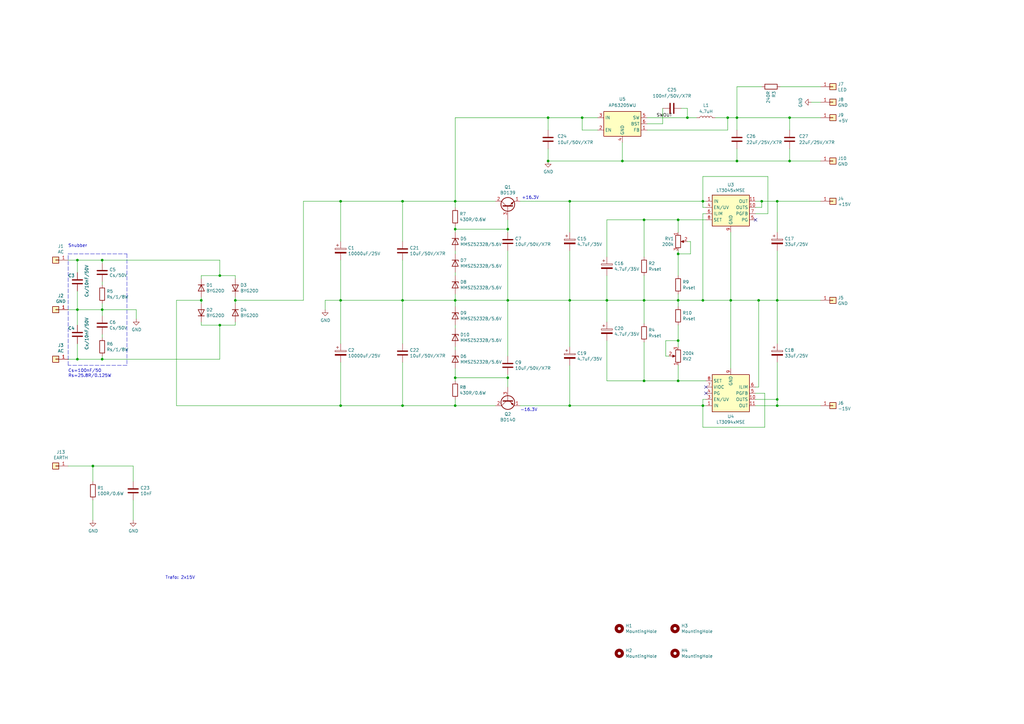
<source format=kicad_sch>
(kicad_sch (version 20250114) (generator "eeschema") (generator_version "9.0")
  (paper "A3")
  (title_block (title "Ultra Low Noise PSU") (date "2025-04-06") (rev "v4-MSOP-Tantal"))
  (lib_symbols
    (symbol "Connector_Generic:Conn_01x01" (pin_names (offset 1.016) (hide yes))
      (property "Reference" "J" (at 0 2.54 0))
      (property "Value" "Conn_01x01" (at 0 -2.54 0))
      (symbol "Conn_01x01_1_1"
        (rectangle (start -1.27 1.27) (end 1.27 -1.27) (stroke (width 0.254)) (fill (type background)))
        (rectangle (start -1.27 0.127) (end 0 -0.127) (stroke (width 0.1524)))
        (pin passive line (at -5.08 0 0) (length 3.81) (name "Pin_1") (number "1"))
      )
    )
    (symbol "Device:C" (pin_numbers (hide yes)) (pin_names (offset 0.254))
      (property "Reference" "C" (at 0.635 2.54 0))
      (property "Value" "C" (at 0.635 -2.54 0))
      (symbol "C_0_1"
        (polyline (pts (xy -2.032 0.762) (xy 2.032 0.762)) (stroke (width 0.508)))
        (polyline (pts (xy -2.032 -0.762) (xy 2.032 -0.762)) (stroke (width 0.508)))
      )
      (symbol "C_1_1"
        (pin passive line (at 0 3.81 270) (length 2.794) (name "~") (number "1"))
        (pin passive line (at 0 -3.81 90) (length 2.794) (name "~") (number "2"))
      )
    )
    (symbol "Device:C_Polarized" (pin_numbers (hide yes)) (pin_names (offset 0.254))
      (property "Reference" "C" (at 0.635 2.54 0))
      (property "Value" "C_Polarized" (at 0.635 -2.54 0))
      (symbol "C_Polarized_0_1"
        (rectangle (start -2.286 0.508) (end 2.286 1.016))
        (polyline (pts (xy -1.778 2.286) (xy -0.762 2.286)))
        (polyline (pts (xy -1.27 2.794) (xy -1.27 1.778)))
        (rectangle (start 2.286 -0.508) (end -2.286 -1.016) (fill (type outline)))
      )
      (symbol "C_Polarized_1_1"
        (pin passive line (at 0 3.81 270) (length 2.794) (name "~") (number "1"))
        (pin passive line (at 0 -3.81 90) (length 2.794) (name "~") (number "2"))
      )
    )
    (symbol "Device:D" (pin_numbers (hide yes)) (pin_names (offset 1.016) (hide yes))
      (property "Reference" "D" (at 0 2.54 0))
      (property "Value" "D" (at 0 -2.54 0))
      (symbol "D_0_1"
        (polyline (pts (xy -1.27 1.27) (xy -1.27 -1.27)) (stroke (width 0.254)))
        (polyline (pts (xy 1.27 1.27) (xy 1.27 -1.27) (xy -1.27 0) (xy 1.27 1.27)) (stroke (width 0.254)))
        (polyline (pts (xy 1.27 0) (xy -1.27 0)))
      )
      (symbol "D_1_1"
        (pin passive line (at -3.81 0 0) (length 2.54) (name "K") (number "1"))
        (pin passive line (at 3.81 0 180) (length 2.54) (name "A") (number "2"))
      )
    )
    (symbol "Device:L" (pin_numbers (hide yes)) (pin_names (offset 1.016) (hide yes))
      (property "Reference" "L" (at -1.27 0 90))
      (property "Value" "L" (at 1.905 0 90))
      (symbol "L_0_1"
        (arc (start 0 2.54) (mid 0.6323 1.905) (end 0 1.27))
        (arc (start 0 1.27) (mid 0.6323 0.635) (end 0 0))
        (arc (start 0 0) (mid 0.6323 -0.635) (end 0 -1.27))
        (arc (start 0 -1.27) (mid 0.6323 -1.905) (end 0 -2.54))
      )
      (symbol "L_1_1"
        (pin passive line (at 0 3.81 270) (length 1.27) (name "1") (number "1"))
        (pin passive line (at 0 -3.81 90) (length 1.27) (name "2") (number "2"))
      )
    )
    (symbol "Device:R" (pin_numbers (hide yes)) (pin_names (offset 0))
      (property "Reference" "R" (at 2.032 0 90))
      (property "Value" "R" (at 0 0 90))
      (symbol "R_0_1"
        (rectangle (start -1.016 -2.54) (end 1.016 2.54) (stroke (width 0.254)))
      )
      (symbol "R_1_1"
        (pin passive line (at 0 3.81 270) (length 1.27) (name "~") (number "1"))
        (pin passive line (at 0 -3.81 90) (length 1.27) (name "~") (number "2"))
      )
    )
    (symbol "Device:R_Potentiometer" (pin_names (offset 1.016) (hide yes))
      (property "Reference" "RV" (at -4.445 0 90))
      (property "Value" "R_Potentiometer" (at -2.54 0 90))
      (symbol "R_Potentiometer_0_1"
        (rectangle (start 1.016 2.54) (end -1.016 -2.54) (stroke (width 0.254)))
        (polyline (pts (xy 1.143 0) (xy 2.286 0.508) (xy 2.286 -0.508) (xy 1.143 0)) (fill (type outline)))
        (polyline (pts (xy 2.54 0) (xy 1.524 0)))
      )
      (symbol "R_Potentiometer_1_1"
        (pin passive line (at 0 3.81 270) (length 1.27) (name "1") (number "1"))
        (pin passive line (at 0 -3.81 90) (length 1.27) (name "3") (number "3"))
        (pin passive line (at 3.81 0 180) (length 1.27) (name "2") (number "2"))
      )
    )
    (symbol "Diode:Z1SMAxxx" (pin_numbers (hide yes)) (pin_names (hide yes))
      (property "Reference" "D" (at 0 2.54 0))
      (property "Value" "Z1SMAxxx" (at 0 -2.54 0))
      (symbol "Z1SMAxxx_0_1"
        (polyline (pts (xy -1.27 -1.27) (xy -1.27 1.27) (xy -0.762 1.27)) (stroke (width 0.254)))
        (polyline (pts (xy 1.27 0) (xy -1.27 0)))
        (polyline (pts (xy 1.27 -1.27) (xy 1.27 1.27) (xy -1.27 0) (xy 1.27 -1.27)) (stroke (width 0.254)))
      )
      (symbol "Z1SMAxxx_1_1"
        (pin passive line (at -3.81 0 0) (length 2.54) (name "K") (number "1"))
        (pin passive line (at 3.81 0 180) (length 2.54) (name "A") (number "2"))
      )
    )
    (symbol "Mechanical:MountingHole" (pin_names (offset 1.016))
      (property "Reference" "H" (at 0 5.08 0))
      (property "Value" "MountingHole" (at 0 3.175 0))
      (symbol "MountingHole_0_1"
        (circle (center 0 0) (radius 1.27) (stroke (width 1.27)))
      )
    )
    (symbol "Regulator_Linear:LT3045xMSE"
      (property "Reference" "U" (at -6.35 6.35 0))
      (property "Value" "LT3045xMSE" (at 1.27 6.35 0))
      (symbol "LT3045xMSE_0_1"
        (rectangle (start -7.62 5.08) (end 7.62 -7.62) (stroke (width 0.254)) (fill (type background)))
      )
      (symbol "LT3045xMSE_1_1"
        (pin power_in line (at -10.16 2.54 0) (length 2.54) (name "IN") (number "1"))
        (pin passive line (at -10.16 2.54 0) (length 2.54) (hide yes) (name "IN") (number "2"))
        (pin passive line (at -10.16 2.54 0) (length 2.54) (hide yes) (name "IN") (number "3"))
        (pin input line (at -10.16 0 0) (length 2.54) (name "EN/UV") (number "4"))
        (pin passive line (at -10.16 -2.54 0) (length 2.54) (name "ILIM") (number "6"))
        (pin passive line (at -10.16 -5.08 0) (length 2.54) (name "SET") (number "8"))
        (pin passive line (at 0 -10.16 90) (length 2.54) (hide yes) (name "GND") (number "13"))
        (pin power_in line (at 0 -10.16 90) (length 2.54) (name "GND") (number "9"))
        (pin power_out line (at 10.16 2.54 180) (length 2.54) (name "OUT") (number "11"))
        (pin passive line (at 10.16 2.54 180) (length 2.54) (hide yes) (name "OUT") (number "12"))
        (pin input line (at 10.16 0 180) (length 2.54) (name "OUTS") (number "10"))
        (pin input line (at 10.16 -2.54 180) (length 2.54) (name "PGFB") (number "7"))
        (pin open_collector line (at 10.16 -5.08 180) (length 2.54) (name "PG") (number "5"))
      )
    )
    (symbol "Regulator_Linear:LT3094xMSE"
      (property "Reference" "U" (at -6.35 8.89 0))
      (property "Value" "LT3094xMSE" (at 1.27 8.89 0))
      (symbol "LT3094xMSE_0_0"
        (pin passive line (at -10.16 5.08 0) (length 2.54) (hide yes) (name "IN") (number "13"))
        (pin passive line (at 10.16 5.08 180) (length 2.54) (hide yes) (name "OUT") (number "12"))
      )
      (symbol "LT3094xMSE_0_1"
        (rectangle (start 7.62 7.62) (end -7.62 -7.62) (stroke (width 0.254)) (fill (type background)))
      )
      (symbol "LT3094xMSE_1_1"
        (pin power_in line (at -10.16 5.08 0) (length 2.54) (name "IN") (number "1"))
        (pin passive line (at -10.16 5.08 0) (length 2.54) (hide yes) (name "IN") (number "2"))
        (pin input line (at -10.16 2.54 0) (length 2.54) (name "EN/UV") (number "3"))
        (pin open_collector line (at -10.16 0 0) (length 2.54) (name "PG") (number "4"))
        (pin passive line (at -10.16 -2.54 0) (length 2.54) (name "VIOC") (number "7"))
        (pin passive line (at -10.16 -5.08 0) (length 2.54) (name "SET") (number "8"))
        (pin power_in line (at 0 -10.16 90) (length 2.54) (name "GND") (number "9"))
        (pin power_out line (at 10.16 5.08 180) (length 2.54) (name "OUT") (number "11"))
        (pin input line (at 10.16 2.54 180) (length 2.54) (name "OUTS") (number "10"))
        (pin input line (at 10.16 0 180) (length 2.54) (name "PGFB") (number "5"))
        (pin passive line (at 10.16 -2.54 180) (length 2.54) (name "ILIM") (number "6"))
      )
    )
    (symbol "Regulator_Switching:AP63205WU"
      (property "Reference" "U" (at -7.62 6.35 0))
      (property "Value" "AP63205WU" (at 2.54 6.35 0))
      (symbol "AP63205WU_0_1"
        (rectangle (start -7.62 5.08) (end 7.62 -5.08) (stroke (width 0.254)) (fill (type background)))
      )
      (symbol "AP63205WU_1_1"
        (pin power_in line (at -10.16 2.54 0) (length 2.54) (name "IN") (number "3"))
        (pin input line (at -10.16 -2.54 0) (length 2.54) (name "EN") (number "2"))
        (pin power_in line (at 0 -7.62 90) (length 2.54) (name "GND") (number "4"))
        (pin output line (at 10.16 2.54 180) (length 2.54) (name "SW") (number "5"))
        (pin passive line (at 10.16 0 180) (length 2.54) (name "BST") (number "6"))
        (pin input line (at 10.16 -2.54 180) (length 2.54) (name "FB") (number "1"))
      )
    )
    (symbol "Transistor_BJT:BD139" (pin_names (offset 0) (hide yes))
      (property "Reference" "Q" (at 5.08 1.905 0))
      (property "Value" "BD139" (at 5.08 0 0))
      (symbol "BD139_0_1"
        (polyline (pts (xy 0 0) (xy 0.635 0)))
        (polyline (pts (xy 0.635 1.905) (xy 0.635 -1.905) (xy 0.635 -1.905)) (stroke (width 0.508)) (fill (type outline)))
        (polyline (pts (xy 1.2446 -1.778) (xy 1.7526 -1.27) (xy 2.286 -2.286) (xy 1.2446 -1.778) (xy 1.2446 -1.778)) (fill (type outline)))
        (circle (center 1.27 0) (radius 2.8194) (stroke (width 0.3048)))
        (polyline (pts (xy 2.54 2.54) (xy 0.635 0.635)))
        (polyline (pts (xy 2.54 -2.54) (xy 0.635 -0.635)))
      )
      (symbol "BD139_1_1"
        (pin input line (at -5.08 0 0) (length 5.08) (name "B") (number "3"))
        (pin passive line (at 2.54 5.08 270) (length 2.54) (name "C") (number "2"))
        (pin passive line (at 2.54 -5.08 90) (length 2.54) (name "E") (number "1"))
      )
    )
    (symbol "Transistor_BJT:BD140" (pin_names (offset 0) (hide yes))
      (property "Reference" "Q" (at 5.08 1.905 0))
      (property "Value" "BD140" (at 5.08 0 0))
      (symbol "BD140_0_1"
        (polyline (pts (xy 0 0) (xy 0.635 0)))
        (polyline (pts (xy 0.635 1.905) (xy 0.635 -1.905) (xy 0.635 -1.905)) (stroke (width 0.508)) (fill (type outline)))
        (circle (center 1.27 0) (radius 2.8194) (stroke (width 0.3048)))
        (polyline (pts (xy 1.778 -2.286) (xy 2.286 -1.778) (xy 1.27 -1.27) (xy 1.778 -2.286) (xy 1.778 -2.286)) (fill (type outline)))
        (polyline (pts (xy 2.54 2.54) (xy 0.635 0.635)))
        (polyline (pts (xy 2.54 -2.54) (xy 0.635 -0.635)))
      )
      (symbol "BD140_1_1"
        (pin input line (at -5.08 0 0) (length 5.08) (name "B") (number "3"))
        (pin passive line (at 2.54 5.08 270) (length 2.54) (name "C") (number "2"))
        (pin passive line (at 2.54 -5.08 90) (length 2.54) (name "E") (number "1"))
      )
    )
    (symbol "power:GND" (power) (pin_names (offset 0))
      (property "Value" "GND" (at 0 -3.81 0))
      (symbol "GND_0_1"
        (polyline (pts (xy 0 0) (xy 0 -1.27) (xy 1.27 -1.27) (xy 0 -2.54) (xy -1.27 -1.27) (xy 0 -1.27)))
      )
      (symbol "GND_1_1"
        (pin power_in line (at 0 0 270) (length 0) (hide yes) (name "GND") (number "1"))
      )
    )
  )
  (text "+16.3V" (at 213.995 81.915 0) (effects (font (size 1.27 1.27)) (justify left bottom)))
  (text "Snubber" (at 27.94 101.6 0) (effects (font (size 1.27 1.27)) (justify left bottom)))
  (text "Trafo: 2x15V" (at 73.914 236.982 0) (effects (font (size 1.27 1.27))))
  (text "Cs=100nF/50\nRs=25.8R/0.125W" (at 27.94 154.94 0) (effects (font (size 1.27 1.27)) (justify left bottom)))
  (text "-16.3V" (at 213.36 168.91 0) (effects (font (size 1.27 1.27)) (justify left bottom)))
  (junction (at 248.92 123.19))
  (junction (at 165.1 166.37))
  (junction (at 41.91 147.32))
  (junction (at 41.91 127))
  (junction (at 186.69 123.19))
  (junction (at 299.72 123.19))
  (junction (at 281.94 48.26))
  (junction (at 90.17 133.35))
  (junction (at 233.68 82.55))
  (junction (at 318.77 166.37))
  (junction (at 255.27 66.04))
  (junction (at 288.29 166.37))
  (junction (at 311.15 123.19))
  (junction (at 318.77 123.19))
  (junction (at 312.42 82.55))
  (junction (at 139.7 123.19))
  (junction (at 165.1 82.55))
  (junction (at 318.77 82.55))
  (junction (at 82.55 123.19))
  (junction (at 139.7 82.55))
  (junction (at 318.77 163.83))
  (junction (at 139.7 166.37))
  (junction (at 31.75 127))
  (junction (at 208.28 154.94))
  (junction (at 224.79 66.04))
  (junction (at 31.75 106.68))
  (junction (at 264.16 156.21))
  (junction (at 31.75 147.32))
  (junction (at 278.13 123.19))
  (junction (at 233.68 166.37))
  (junction (at 224.79 48.26))
  (junction (at 298.45 48.26))
  (junction (at 264.16 123.19))
  (junction (at 264.16 90.17))
  (junction (at 288.29 82.55))
  (junction (at 288.29 123.19))
  (junction (at 186.69 166.37))
  (junction (at 38.1 191.135))
  (junction (at 41.91 106.68))
  (junction (at 233.68 123.19))
  (junction (at 96.52 123.19))
  (junction (at 302.26 48.26))
  (junction (at 165.1 123.19))
  (junction (at 278.13 90.17))
  (junction (at 90.17 113.03))
  (junction (at 278.13 104.14))
  (junction (at 186.69 82.55))
  (junction (at 186.69 93.98))
  (junction (at 208.28 123.19))
  (junction (at 208.28 93.98))
  (junction (at 238.76 48.26))
  (junction (at 278.13 156.21))
  (junction (at 323.85 48.26))
  (junction (at 302.26 66.04))
  (junction (at 323.85 66.04))
  (junction (at 186.69 154.94))
  (junction (at 278.13 139.7))
  (no_connect (at 289.56 158.75))
  (no_connect (at 309.88 90.17))
  (no_connect (at 289.56 161.29))
  (wire (pts (xy 314.96 87.63) (xy 314.96 72.39)))
  (wire (pts (xy 203.2 82.55) (xy 186.69 82.55)))
  (wire (pts (xy 186.69 93.98) (xy 208.28 93.98)))
  (wire (pts (xy 274.32 146.05) (xy 273.05 146.05)))
  (wire (pts (xy 208.28 123.19) (xy 208.28 146.05)))
  (wire (pts (xy 186.69 123.19) (xy 208.28 123.19)))
  (wire (pts (xy 248.92 105.41) (xy 248.92 90.17)))
  (wire (pts (xy 165.1 106.68) (xy 165.1 123.19)))
  (wire (pts (xy 233.68 82.55) (xy 233.68 95.25)))
  (wire (pts (xy 312.42 85.09) (xy 312.42 82.55)))
  (wire (pts (xy 298.45 53.34) (xy 298.45 48.26)))
  (wire (pts (xy 323.85 53.34) (xy 323.85 48.26)))
  (wire (pts (xy 54.61 205.105) (xy 54.61 213.36)))
  (wire (pts (xy 278.13 149.86) (xy 278.13 156.21)))
  (wire (pts (xy 208.28 154.94) (xy 208.28 158.75)))
  (wire (pts (xy 186.69 48.26) (xy 224.79 48.26)))
  (wire (pts (xy 186.69 104.14) (xy 186.69 102.87)))
  (wire (pts (xy 278.13 90.17) (xy 289.56 90.17)))
  (wire (pts (xy 298.45 48.26) (xy 293.37 48.26)))
  (wire (pts (xy 27.94 127) (xy 31.75 127)))
  (wire (pts (xy 186.69 82.55) (xy 165.1 82.55)))
  (wire (pts (xy 318.77 123.19) (xy 336.55 123.19)))
  (wire (pts (xy 96.52 121.92) (xy 96.52 123.19)))
  (wire (pts (xy 186.69 154.94) (xy 208.28 154.94)))
  (wire (pts (xy 238.76 53.34) (xy 238.76 48.26)))
  (wire (pts (xy 31.75 147.32) (xy 41.91 147.32)))
  (wire (pts (xy 248.92 123.19) (xy 264.16 123.19)))
  (wire (pts (xy 288.29 175.26) (xy 288.29 166.37)))
  (wire (pts (xy 311.15 123.19) (xy 318.77 123.19)))
  (wire (pts (xy 82.55 113.03) (xy 82.55 114.3)))
  (wire (pts (xy 299.72 123.19) (xy 311.15 123.19)))
  (wire (pts (xy 264.16 140.335) (xy 264.16 156.21)))
  (wire (pts (xy 278.13 123.19) (xy 278.13 125.73)))
  (wire (pts (xy 289.56 163.83) (xy 288.29 163.83)))
  (wire (pts (xy 41.91 127) (xy 55.88 127)))
  (wire (pts (xy 288.29 163.83) (xy 288.29 166.37)))
  (wire (pts (xy 96.52 114.3) (xy 96.52 113.03)))
  (wire (pts (xy 309.88 166.37) (xy 318.77 166.37)))
  (wire (pts (xy 278.13 120.65) (xy 278.13 123.19)))
  (wire (pts (xy 72.39 166.37) (xy 139.7 166.37)))
  (wire (pts (xy 248.92 90.17) (xy 264.16 90.17)))
  (wire (pts (xy 312.42 35.56) (xy 302.26 35.56)))
  (wire (pts (xy 278.13 133.35) (xy 278.13 139.7)))
  (wire (pts (xy 41.91 129.54) (xy 41.91 127)))
  (wire (pts (xy 233.68 123.19) (xy 248.92 123.19)))
  (wire (pts (xy 208.28 153.67) (xy 208.28 154.94)))
  (wire (pts (xy 90.17 106.68) (xy 90.17 113.03)))
  (wire (pts (xy 318.77 82.55) (xy 318.77 95.25)))
  (wire (pts (xy 31.75 111.76) (xy 31.75 106.68)))
  (wire (pts (xy 72.39 123.19) (xy 82.55 123.19)))
  (wire (pts (xy 233.68 142.24) (xy 233.68 123.19)))
  (wire (pts (xy 288.29 123.19) (xy 299.72 123.19)))
  (wire (pts (xy 208.28 123.19) (xy 233.68 123.19)))
  (wire (pts (xy 82.55 123.19) (xy 82.55 124.46)))
  (wire (pts (xy 271.78 50.8) (xy 271.78 44.45)))
  (wire (pts (xy 233.68 166.37) (xy 213.36 166.37)))
  (wire (pts (xy 288.29 87.63) (xy 288.29 123.19)))
  (wire (pts (xy 255.27 66.04) (xy 302.26 66.04)))
  (wire (pts (xy 264.16 90.17) (xy 264.16 105.41)))
  (wire (pts (xy 288.29 82.55) (xy 289.56 82.55)))
  (wire (pts (xy 336.55 41.91) (xy 332.74 41.91)))
  (wire (pts (xy 224.79 60.96) (xy 224.79 66.04)))
  (wire (pts (xy 31.75 127) (xy 41.91 127)))
  (wire (pts (xy 278.13 156.21) (xy 289.56 156.21)))
  (wire (pts (xy 186.69 166.37) (xy 186.69 163.83)))
  (wire (pts (xy 298.45 48.26) (xy 302.26 48.26)))
  (wire (pts (xy 213.36 82.55) (xy 233.68 82.55)))
  (wire (pts (xy 302.26 60.96) (xy 302.26 66.04)))
  (wire (pts (xy 124.46 82.55) (xy 139.7 82.55)))
  (wire (pts (xy 283.21 99.06) (xy 283.21 104.14)))
  (wire (pts (xy 96.52 113.03) (xy 90.17 113.03)))
  (wire (pts (xy 320.04 35.56) (xy 336.55 35.56)))
  (polyline (pts (xy 52.07 149.86) (xy 27.94 149.86)) (stroke (width 0) (type dash)))
  (wire (pts (xy 281.94 99.06) (xy 283.21 99.06)))
  (wire (pts (xy 289.56 87.63) (xy 288.29 87.63)))
  (polyline (pts (xy 27.94 104.14) (xy 52.07 104.14)) (stroke (width 0) (type dash)))
  (wire (pts (xy 186.69 125.73) (xy 186.69 123.19)))
  (wire (pts (xy 139.7 166.37) (xy 165.1 166.37)))
  (wire (pts (xy 245.11 53.34) (xy 238.76 53.34)))
  (wire (pts (xy 313.69 175.26) (xy 288.29 175.26)))
  (wire (pts (xy 248.92 156.21) (xy 264.16 156.21)))
  (wire (pts (xy 248.92 113.03) (xy 248.92 123.19)))
  (wire (pts (xy 299.72 151.13) (xy 299.72 123.19)))
  (wire (pts (xy 38.1 197.485) (xy 38.1 191.135)))
  (wire (pts (xy 139.7 82.55) (xy 165.1 82.55)))
  (wire (pts (xy 165.1 123.19) (xy 186.69 123.19)))
  (polyline (pts (xy 27.94 149.86) (xy 27.94 104.14)) (stroke (width 0) (type dash)))
  (wire (pts (xy 186.69 156.21) (xy 186.69 154.94)))
  (wire (pts (xy 281.94 44.45) (xy 281.94 48.26)))
  (wire (pts (xy 186.69 95.25) (xy 186.69 93.98)))
  (wire (pts (xy 278.13 90.17) (xy 278.13 95.25)))
  (wire (pts (xy 318.77 148.59) (xy 318.77 163.83)))
  (wire (pts (xy 186.69 82.55) (xy 186.69 85.09)))
  (wire (pts (xy 186.69 48.26) (xy 186.69 82.55)))
  (wire (pts (xy 264.16 123.19) (xy 278.13 123.19)))
  (wire (pts (xy 288.29 85.09) (xy 288.29 82.55)))
  (wire (pts (xy 82.55 133.35) (xy 90.17 133.35)))
  (wire (pts (xy 265.43 48.26) (xy 281.94 48.26)))
  (wire (pts (xy 139.7 140.97) (xy 139.7 123.19)))
  (wire (pts (xy 312.42 82.55) (xy 318.77 82.55)))
  (wire (pts (xy 224.79 48.26) (xy 224.79 53.34)))
  (wire (pts (xy 41.91 138.43) (xy 41.91 137.16)))
  (wire (pts (xy 264.16 90.17) (xy 278.13 90.17)))
  (wire (pts (xy 224.79 66.04) (xy 255.27 66.04)))
  (wire (pts (xy 55.88 130.81) (xy 55.88 127)))
  (wire (pts (xy 302.26 48.26) (xy 302.26 53.34)))
  (wire (pts (xy 288.29 166.37) (xy 289.56 166.37)))
  (wire (pts (xy 265.43 50.8) (xy 271.78 50.8)))
  (wire (pts (xy 72.39 123.19) (xy 72.39 166.37)))
  (wire (pts (xy 318.77 102.87) (xy 318.77 123.19)))
  (wire (pts (xy 38.1 205.105) (xy 38.1 213.36)))
  (wire (pts (xy 288.29 72.39) (xy 288.29 82.55)))
  (wire (pts (xy 336.55 82.55) (xy 318.77 82.55)))
  (polyline (pts (xy 52.07 104.14) (xy 52.07 149.86)) (stroke (width 0) (type dash)))
  (wire (pts (xy 41.91 107.95) (xy 41.91 106.68)))
  (wire (pts (xy 82.55 121.92) (xy 82.55 123.19)))
  (wire (pts (xy 41.91 106.68) (xy 90.17 106.68)))
  (wire (pts (xy 31.75 133.35) (xy 31.75 127)))
  (wire (pts (xy 208.28 93.98) (xy 208.28 95.25)))
  (wire (pts (xy 38.1 191.135) (xy 27.94 191.135)))
  (wire (pts (xy 31.75 106.68) (xy 27.94 106.68)))
  (wire (pts (xy 233.68 102.87) (xy 233.68 123.19)))
  (wire (pts (xy 323.85 60.96) (xy 323.85 66.04)))
  (wire (pts (xy 323.85 48.26) (xy 336.55 48.26)))
  (wire (pts (xy 208.28 93.98) (xy 208.28 90.17)))
  (wire (pts (xy 186.69 154.94) (xy 186.69 151.13)))
  (wire (pts (xy 82.55 132.08) (xy 82.55 133.35)))
  (wire (pts (xy 203.2 166.37) (xy 186.69 166.37)))
  (wire (pts (xy 139.7 123.19) (xy 165.1 123.19)))
  (wire (pts (xy 255.27 58.42) (xy 255.27 66.04)))
  (wire (pts (xy 54.61 197.485) (xy 54.61 191.135)))
  (wire (pts (xy 279.4 44.45) (xy 281.94 44.45)))
  (wire (pts (xy 208.28 102.87) (xy 208.28 123.19)))
  (wire (pts (xy 96.52 133.35) (xy 96.52 132.08)))
  (wire (pts (xy 90.17 113.03) (xy 82.55 113.03)))
  (wire (pts (xy 278.13 123.19) (xy 288.29 123.19)))
  (wire (pts (xy 309.88 82.55) (xy 312.42 82.55)))
  (wire (pts (xy 96.52 123.19) (xy 124.46 123.19)))
  (wire (pts (xy 309.88 158.75) (xy 311.15 158.75)))
  (wire (pts (xy 309.88 85.09) (xy 312.42 85.09)))
  (wire (pts (xy 302.26 35.56) (xy 302.26 48.26)))
  (wire (pts (xy 289.56 85.09) (xy 288.29 85.09)))
  (wire (pts (xy 278.13 102.87) (xy 278.13 104.14)))
  (wire (pts (xy 264.16 132.715) (xy 264.16 123.19)))
  (wire (pts (xy 139.7 99.06) (xy 139.7 82.55)))
  (wire (pts (xy 133.35 127) (xy 133.35 123.19)))
  (wire (pts (xy 302.26 66.04) (xy 323.85 66.04)))
  (wire (pts (xy 41.91 106.68) (xy 31.75 106.68)))
  (wire (pts (xy 283.21 104.14) (xy 278.13 104.14)))
  (wire (pts (xy 309.88 161.29) (xy 313.69 161.29)))
  (wire (pts (xy 186.69 143.51) (xy 186.69 142.24)))
  (wire (pts (xy 248.92 132.08) (xy 248.92 123.19)))
  (wire (pts (xy 90.17 133.35) (xy 90.17 147.32)))
  (wire (pts (xy 264.16 156.21) (xy 278.13 156.21)))
  (wire (pts (xy 233.68 166.37) (xy 288.29 166.37)))
  (wire (pts (xy 41.91 147.32) (xy 90.17 147.32)))
  (wire (pts (xy 31.75 140.97) (xy 31.75 147.32)))
  (wire (pts (xy 318.77 163.83) (xy 318.77 166.37)))
  (wire (pts (xy 54.61 191.135) (xy 38.1 191.135)))
  (wire (pts (xy 273.05 146.05) (xy 273.05 139.7)))
  (wire (pts (xy 309.88 163.83) (xy 318.77 163.83)))
  (wire (pts (xy 313.69 161.29) (xy 313.69 175.26)))
  (wire (pts (xy 186.69 166.37) (xy 165.1 166.37)))
  (wire (pts (xy 278.13 142.24) (xy 278.13 139.7)))
  (wire (pts (xy 133.35 123.19) (xy 139.7 123.19)))
  (wire (pts (xy 186.69 113.03) (xy 186.69 111.76)))
  (wire (pts (xy 238.76 48.26) (xy 245.11 48.26)))
  (wire (pts (xy 318.77 166.37) (xy 336.55 166.37)))
  (wire (pts (xy 264.16 113.03) (xy 264.16 123.19)))
  (wire (pts (xy 273.05 139.7) (xy 278.13 139.7)))
  (wire (pts (xy 233.68 149.86) (xy 233.68 166.37)))
  (wire (pts (xy 278.13 104.14) (xy 278.13 113.03)))
  (wire (pts (xy 233.68 82.55) (xy 288.29 82.55)))
  (wire (pts (xy 41.91 147.32) (xy 41.91 146.05)))
  (wire (pts (xy 299.72 95.25) (xy 299.72 123.19)))
  (wire (pts (xy 186.69 134.62) (xy 186.69 133.35)))
  (wire (pts (xy 165.1 148.59) (xy 165.1 166.37)))
  (wire (pts (xy 323.85 66.04) (xy 336.55 66.04)))
  (wire (pts (xy 186.69 93.98) (xy 186.69 92.71)))
  (wire (pts (xy 281.94 48.26) (xy 285.75 48.26)))
  (wire (pts (xy 311.15 158.75) (xy 311.15 123.19)))
  (wire (pts (xy 309.88 87.63) (xy 314.96 87.63)))
  (wire (pts (xy 165.1 99.06) (xy 165.1 82.55)))
  (wire (pts (xy 41.91 116.84) (xy 41.91 115.57)))
  (wire (pts (xy 90.17 133.35) (xy 96.52 133.35)))
  (wire (pts (xy 318.77 140.97) (xy 318.77 123.19)))
  (wire (pts (xy 248.92 139.7) (xy 248.92 156.21)))
  (wire (pts (xy 41.91 127) (xy 41.91 124.46)))
  (wire (pts (xy 31.75 119.38) (xy 31.75 127)))
  (wire (pts (xy 314.96 72.39) (xy 288.29 72.39)))
  (wire (pts (xy 124.46 123.19) (xy 124.46 82.55)))
  (wire (pts (xy 265.43 53.34) (xy 298.45 53.34)))
  (wire (pts (xy 165.1 140.97) (xy 165.1 123.19)))
  (wire (pts (xy 139.7 106.68) (xy 139.7 123.19)))
  (wire (pts (xy 139.7 148.59) (xy 139.7 166.37)))
  (wire (pts (xy 96.52 123.19) (xy 96.52 124.46)))
  (wire (pts (xy 224.79 48.26) (xy 238.76 48.26)))
  (wire (pts (xy 27.94 147.32) (xy 31.75 147.32)))
  (wire (pts (xy 186.69 120.65) (xy 186.69 123.19)))
  (wire (pts (xy 302.26 48.26) (xy 323.85 48.26)))
  (label "SWOUT" (at 269.24 48.26 0))
  (symbol (lib_id "Connector_Generic:Conn_01x01") (at 22.86 127 180) (unit 1)
    (property "Reference" "J2" (at 24.9428 121.285 0))
    (property "Value" "GND" (at 24.9428 123.5964 0))
    (property "Footprint" "Connector_Pin:Pin_D1.3mm_L11.0mm" (effects (hide yes)))
  )
  (symbol (lib_id "Device:R_Potentiometer") (at 278.13 99.06 0) (unit 1)
    (property "Reference" "RV1" (at 276.3774 97.8916 0) (effects (justify right)))
    (property "Value" "200k" (at 276.3774 100.203 0) (effects (justify right)))
    (property "Footprint" "Potentiometer_THT:Potentiometer_Bourns_3296W_Vertical" (effects (hide yes)))
  )
  (symbol (lib_id "Mechanical:MountingHole") (at 254 257.81 0) (unit 1)
    (property "Reference" "H1" (at 256.54 256.6416 0) (effects (justify left)))
    (property "Value" "MountingHole" (at 256.54 258.953 0) (effects (justify left)))
    (property "Footprint" "MountingHole:MountingHole_3.2mm_M3" (effects (hide yes)))
  )
  (symbol (lib_id "Mechanical:MountingHole") (at 276.86 257.81 0) (unit 1)
    (property "Reference" "H3" (at 279.4 256.6416 0) (effects (justify left)))
    (property "Value" "MountingHole" (at 279.4 258.953 0) (effects (justify left)))
    (property "Footprint" "MountingHole:MountingHole_3.2mm_M3" (effects (hide yes)))
  )
  (symbol (lib_id "Mechanical:MountingHole") (at 254 267.97 0) (unit 1)
    (property "Reference" "H2" (at 256.54 266.8016 0) (effects (justify left)))
    (property "Value" "MountingHole" (at 256.54 269.113 0) (effects (justify left)))
    (property "Footprint" "MountingHole:MountingHole_3.2mm_M3" (effects (hide yes)))
  )
  (symbol (lib_id "Mechanical:MountingHole") (at 276.86 267.97 0) (unit 1)
    (property "Reference" "H4" (at 279.4 266.8016 0) (effects (justify left)))
    (property "Value" "MountingHole" (at 279.4 269.113 0) (effects (justify left)))
    (property "Footprint" "MountingHole:MountingHole_3.2mm_M3" (effects (hide yes)))
  )
  (symbol (lib_id "Connector_Generic:Conn_01x01") (at 22.86 106.68 180) (unit 1)
    (property "Reference" "J1" (at 24.9428 100.965 0))
    (property "Value" "AC" (at 24.9428 103.2764 0))
    (property "Footprint" "Connector_Pin:Pin_D1.3mm_L11.0mm" (effects (hide yes)))
  )
  (symbol (lib_id "Connector_Generic:Conn_01x01") (at 22.86 147.32 180) (unit 1)
    (property "Reference" "J3" (at 24.9428 141.605 0))
    (property "Value" "AC" (at 24.9428 143.9164 0))
    (property "Footprint" "Connector_Pin:Pin_D1.3mm_L11.0mm" (effects (hide yes)))
  )
  (symbol (lib_id "Device:C_Polarized") (at 139.7 102.87 0) (unit 1)
    (property "Reference" "C1" (at 142.6972 101.7016 0) (effects (justify left)))
    (property "Value" "10000uF/25V" (at 142.6972 104.013 0) (effects (justify left)))
    (property "Footprint" "Capacitor_THT:CP_Radial_D25.0mm_P10.00mm_SnapIn" (effects (hide yes)))
  )
  (symbol (lib_id "power:GND") (at 55.88 130.81 0) (unit 1)
    (property "Reference" "#PWR01" (effects (hide yes)))
    (property "Value" "GND" (at 56.007 135.2042 0))
  )
  (symbol (lib_id "Connector_Generic:Conn_01x01") (at 341.63 123.19 0) (unit 1)
    (property "Reference" "J5" (at 343.662 122.1232 0) (effects (justify left)))
    (property "Value" "GND" (at 343.662 124.4346 0) (effects (justify left)))
    (property "Footprint" "Connector_Pin:Pin_D1.0mm_L10.0mm" (effects (hide yes)))
  )
  (symbol (lib_id "Connector_Generic:Conn_01x01") (at 341.63 82.55 0) (unit 1)
    (property "Reference" "J4" (at 343.662 81.4832 0) (effects (justify left)))
    (property "Value" "+15V" (at 343.662 83.7946 0) (effects (justify left)))
    (property "Footprint" "Connector_Pin:Pin_D1.0mm_L10.0mm" (effects (hide yes)))
  )
  (symbol (lib_id "Connector_Generic:Conn_01x01") (at 341.63 166.37 0) (unit 1)
    (property "Reference" "J6" (at 343.662 165.3032 0) (effects (justify left)))
    (property "Value" "-15V" (at 343.662 167.6146 0) (effects (justify left)))
    (property "Footprint" "Connector_Pin:Pin_D1.0mm_L10.0mm" (effects (hide yes)))
  )
  (symbol (lib_id "power:GND") (at 133.35 127 0) (unit 1)
    (property "Reference" "#PWR02" (effects (hide yes)))
    (property "Value" "GND" (at 133.477 131.3942 0))
  )
  (symbol (lib_id "Device:C_Polarized") (at 139.7 144.78 0) (unit 1)
    (property "Reference" "C2" (at 142.6972 143.6116 0) (effects (justify left)))
    (property "Value" "10000uF/25V" (at 142.6972 145.923 0) (effects (justify left)))
    (property "Footprint" "Capacitor_THT:CP_Radial_D25.0mm_P10.00mm_SnapIn" (effects (hide yes)))
  )
  (symbol (lib_id "Device:R_Potentiometer") (at 278.13 146.05 180) (unit 1)
    (property "Reference" "RV2" (at 279.8826 147.2184 0) (effects (justify right)))
    (property "Value" "200k" (at 279.8826 144.907 0) (effects (justify right)))
    (property "Footprint" "Potentiometer_THT:Potentiometer_Bourns_3296W_Vertical" (effects (hide yes)))
  )
  (symbol (lib_id "Connector_Generic:Conn_01x01") (at 341.63 48.26 0) (unit 1)
    (property "Reference" "J9" (at 343.662 47.1932 0) (effects (justify left)))
    (property "Value" "+5V" (at 343.662 49.5046 0) (effects (justify left)))
    (property "Footprint" "Connector_Pin:Pin_D1.0mm_L10.0mm" (effects (hide yes)))
  )
  (symbol (lib_id "Connector_Generic:Conn_01x01") (at 341.63 66.04 0) (unit 1)
    (property "Reference" "J10" (at 343.662 64.9732 0) (effects (justify left)))
    (property "Value" "GND" (at 343.662 67.2846 0) (effects (justify left)))
    (property "Footprint" "Connector_Pin:Pin_D1.0mm_L10.0mm" (effects (hide yes)))
  )
  (symbol (lib_id "Device:R") (at 316.23 35.56 270) (unit 1)
    (property "Reference" "R3" (at 317.3984 37.338 0) (effects (justify left)))
    (property "Value" "240R" (at 315.087 37.338 0) (effects (justify left)))
    (property "Footprint" "Resistor_SMD:R_0805_2012Metric_Pad1.20x1.40mm_HandSolder" (effects (hide yes)))
  )
  (symbol (lib_id "Connector_Generic:Conn_01x01") (at 341.63 35.56 0) (unit 1)
    (property "Reference" "J7" (at 343.662 34.4932 0) (effects (justify left)))
    (property "Value" "LED" (at 343.662 36.8046 0) (effects (justify left)))
    (property "Footprint" "Connector_Pin:Pin_D1.0mm_L10.0mm" (effects (hide yes)))
  )
  (symbol (lib_id "Connector_Generic:Conn_01x01") (at 341.63 41.91 0) (unit 1)
    (property "Reference" "J8" (at 343.662 40.8432 0) (effects (justify left)))
    (property "Value" "GND" (at 343.662 43.1546 0) (effects (justify left)))
    (property "Footprint" "Connector_Pin:Pin_D1.0mm_L10.0mm" (effects (hide yes)))
  )
  (symbol (lib_id "Device:C_Polarized") (at 318.77 99.06 0) (unit 1)
    (property "Reference" "C17" (at 321.7672 97.8916 0) (effects (justify left)))
    (property "Value" "33uF/25V" (at 321.7672 100.203 0) (effects (justify left)))
    (property "Footprint" "Capacitor_Tantalum_SMD:CP_EIA-7343-31_Kemet-D_Pad2.25x2.55mm_HandSolder" (effects (hide yes)))
  )
  (symbol (lib_id "Device:C_Polarized") (at 318.77 144.78 0) (unit 1)
    (property "Reference" "C18" (at 321.7672 143.6116 0) (effects (justify left)))
    (property "Value" "33uF/25V" (at 321.7672 145.923 0) (effects (justify left)))
    (property "Footprint" "Capacitor_Tantalum_SMD:CP_EIA-7343-31_Kemet-D_Pad2.25x2.55mm_HandSolder" (effects (hide yes)))
  )
  (symbol (lib_id "Device:D") (at 82.55 118.11 270) (unit 1)
    (property "Reference" "D1" (at 84.582 116.9416 90) (effects (justify left)))
    (property "Value" "BYG20D" (at 84.582 119.253 90) (effects (justify left)))
    (property "Footprint" "Diode_SMD:D_SMA_Handsoldering" (effects (hide yes)))
  )
  (symbol (lib_id "Device:D") (at 82.55 128.27 90) (unit 1)
    (property "Reference" "D2" (at 84.582 127.1016 90) (effects (justify right)))
    (property "Value" "BYG20D" (at 84.582 129.413 90) (effects (justify right)))
    (property "Footprint" "Diode_SMD:D_SMA_Handsoldering" (effects (hide yes)))
  )
  (symbol (lib_id "Device:D") (at 96.52 118.11 90) (unit 1)
    (property "Reference" "D3" (at 98.552 116.9416 90) (effects (justify right)))
    (property "Value" "BYG20D" (at 98.552 119.253 90) (effects (justify right)))
    (property "Footprint" "Diode_SMD:D_SMA_Handsoldering" (effects (hide yes)))
  )
  (symbol (lib_id "Device:D") (at 96.52 128.27 270) (unit 1)
    (property "Reference" "D4" (at 98.552 127.1016 90) (effects (justify left)))
    (property "Value" "BYG20D" (at 98.552 129.413 90) (effects (justify left)))
    (property "Footprint" "Diode_SMD:D_SMA_Handsoldering" (effects (hide yes)))
  )
  (symbol (lib_id "Diode:Z1SMAxxx") (at 186.69 99.06 270) (unit 1)
    (property "Reference" "D5" (at 188.722 97.8916 90) (effects (justify left)))
    (property "Value" "MMSZ5232B/5.6V" (at 188.722 100.203 90) (effects (justify left)))
    (property "Footprint" "Diode_SMD:D_SOD-123" (effects (hide yes)))
    (property "Datasheet" "https://diotec.com/tl_files/diotec/files/pdf/datasheets/z1sma1.pdf" (effects (hide yes)))
  )
  (symbol (lib_id "Device:R") (at 186.69 88.9 0) (unit 1)
    (property "Reference" "R7" (at 188.468 87.7316 0) (effects (justify left)))
    (property "Value" "430R/0.6W" (at 188.468 90.043 0) (effects (justify left)))
    (property "Footprint" "Resistor_THT:R_Axial_DIN0207_L6.3mm_D2.5mm_P10.16mm_Horizontal" (effects (hide yes)))
  )
  (symbol (lib_id "Transistor_BJT:BD139") (at 208.28 85.09 90) (unit 1)
    (property "Reference" "Q1" (at 208.28 76.7334 90))
    (property "Value" "BD139" (at 208.28 79.0448 90))
    (property "Footprint" "Package_TO_SOT_THT:TO-126-3_Vertical" (effects (hide yes)))
    (property "Datasheet" "http://www.st.com/internet/com/TECHNICAL_RESOURCES/TECHNICAL_LITERATURE/DATASHEET/CD00001225.pdf" (effects (hide yes)))
  )
  (symbol (lib_id "Device:C") (at 208.28 99.06 0) (unit 1)
    (property "Reference" "C7" (at 211.201 97.8916 0) (effects (justify left)))
    (property "Value" "10uF/50V/X7R" (at 211.201 100.203 0) (effects (justify left)))
    (property "Footprint" "Capacitor_SMD:C_1206_3216Metric_Pad1.33x1.80mm_HandSolder" (effects (hide yes)))
  )
  (symbol (lib_id "Device:C") (at 31.75 115.57 0) (unit 1)
    (property "Reference" "C3" (at 27.94 113.03 0) (effects (justify left)))
    (property "Value" "Cx/10nF/50V" (at 35.56 121.92 90) (effects (justify left)))
    (property "Footprint" "Capacitor_SMD:C_0805_2012Metric_Pad1.18x1.45mm_HandSolder" (effects (hide yes)))
  )
  (symbol (lib_id "Device:C") (at 31.75 137.16 0) (unit 1)
    (property "Reference" "C4" (at 27.94 134.62 0) (effects (justify left)))
    (property "Value" "Cx/10nF/50V" (at 35.56 143.51 90) (effects (justify left)))
    (property "Footprint" "Capacitor_SMD:C_0805_2012Metric_Pad1.18x1.45mm_HandSolder" (effects (hide yes)))
  )
  (symbol (lib_id "Device:C") (at 41.91 111.76 0) (unit 1)
    (property "Reference" "C5" (at 44.831 110.5916 0) (effects (justify left)))
    (property "Value" "Cs/50V" (at 44.831 112.903 0) (effects (justify left)))
    (property "Footprint" "Capacitor_SMD:C_0805_2012Metric_Pad1.18x1.45mm_HandSolder" (effects (hide yes)))
  )
  (symbol (lib_id "Device:R") (at 41.91 120.65 0) (unit 1)
    (property "Reference" "R5" (at 43.688 119.4816 0) (effects (justify left)))
    (property "Value" "Rs/1/8W" (at 43.688 121.793 0) (effects (justify left)))
    (property "Footprint" "Resistor_SMD:R_0805_2012Metric_Pad1.20x1.40mm_HandSolder" (effects (hide yes)))
  )
  (symbol (lib_id "Device:C") (at 41.91 133.35 0) (unit 1)
    (property "Reference" "C6" (at 44.831 132.1816 0) (effects (justify left)))
    (property "Value" "Cs/50V" (at 44.831 134.493 0) (effects (justify left)))
    (property "Footprint" "Capacitor_SMD:C_0805_2012Metric_Pad1.18x1.45mm_HandSolder" (effects (hide yes)))
  )
  (symbol (lib_id "Device:R") (at 41.91 142.24 0) (unit 1)
    (property "Reference" "R6" (at 43.688 141.0716 0) (effects (justify left)))
    (property "Value" "Rs/1/8W" (at 43.688 143.383 0) (effects (justify left)))
    (property "Footprint" "Resistor_SMD:R_0805_2012Metric_Pad1.20x1.40mm_HandSolder" (effects (hide yes)))
  )
  (symbol (lib_id "Transistor_BJT:BD140") (at 208.28 163.83 90) (mirror x) (unit 1)
    (property "Reference" "Q2" (at 208.28 169.8498 90))
    (property "Value" "BD140" (at 208.28 172.1612 90))
    (property "Footprint" "Package_TO_SOT_THT:TO-126-3_Vertical" (effects (hide yes)))
    (property "Datasheet" "http://www.st.com/internet/com/TECHNICAL_RESOURCES/TECHNICAL_LITERATURE/DATASHEET/CD00001225.pdf" (effects (hide yes)))
  )
  (symbol (lib_id "Diode:Z1SMAxxx") (at 186.69 147.32 270) (unit 1)
    (property "Reference" "D6" (at 188.722 146.1516 90) (effects (justify left)))
    (property "Value" "MMSZ5232B/5.6V" (at 188.722 148.463 90) (effects (justify left)))
    (property "Footprint" "Diode_SMD:D_SOD-123" (effects (hide yes)))
    (property "Datasheet" "https://diotec.com/tl_files/diotec/files/pdf/datasheets/z1sma1.pdf" (effects (hide yes)))
  )
  (symbol (lib_id "Device:R") (at 186.69 160.02 0) (unit 1)
    (property "Reference" "R8" (at 188.468 158.8516 0) (effects (justify left)))
    (property "Value" "430R/0.6W" (at 188.468 161.163 0) (effects (justify left)))
    (property "Footprint" "Resistor_THT:R_Axial_DIN0207_L6.3mm_D2.5mm_P10.16mm_Horizontal" (effects (hide yes)))
  )
  (symbol (lib_id "Device:C") (at 208.28 149.86 0) (unit 1)
    (property "Reference" "C9" (at 211.201 148.6916 0) (effects (justify left)))
    (property "Value" "10uF/50V/X7R" (at 211.201 151.003 0) (effects (justify left)))
    (property "Footprint" "Capacitor_SMD:C_1206_3216Metric_Pad1.33x1.80mm_HandSolder" (effects (hide yes)))
  )
  (symbol (lib_id "Diode:Z1SMAxxx") (at 186.69 107.95 270) (unit 1)
    (property "Reference" "D7" (at 188.722 106.7816 90) (effects (justify left)))
    (property "Value" "MMSZ5232B/5.6V" (at 188.722 109.093 90) (effects (justify left)))
    (property "Footprint" "Diode_SMD:D_SOD-123" (effects (hide yes)))
    (property "Datasheet" "https://diotec.com/tl_files/diotec/files/pdf/datasheets/z1sma1.pdf" (effects (hide yes)))
  )
  (symbol (lib_id "Diode:Z1SMAxxx") (at 186.69 116.84 270) (unit 1)
    (property "Reference" "D8" (at 188.722 115.6716 90) (effects (justify left)))
    (property "Value" "MMSZ5232B/5.6V" (at 188.722 117.983 90) (effects (justify left)))
    (property "Footprint" "Diode_SMD:D_SOD-123" (effects (hide yes)))
    (property "Datasheet" "https://diotec.com/tl_files/diotec/files/pdf/datasheets/z1sma1.pdf" (effects (hide yes)))
  )
  (symbol (lib_id "Diode:Z1SMAxxx") (at 186.69 138.43 270) (unit 1)
    (property "Reference" "D10" (at 188.722 137.2616 90) (effects (justify left)))
    (property "Value" "MMSZ5232B/5.6V" (at 188.722 139.573 90) (effects (justify left)))
    (property "Footprint" "Diode_SMD:D_SOD-123" (effects (hide yes)))
    (property "Datasheet" "https://diotec.com/tl_files/diotec/files/pdf/datasheets/z1sma1.pdf" (effects (hide yes)))
  )
  (symbol (lib_id "Diode:Z1SMAxxx") (at 186.69 129.54 270) (unit 1)
    (property "Reference" "D9" (at 188.722 128.3716 90) (effects (justify left)))
    (property "Value" "MMSZ5232B/5.6V" (at 188.722 130.683 90) (effects (justify left)))
    (property "Footprint" "Diode_SMD:D_SOD-123" (effects (hide yes)))
    (property "Datasheet" "https://diotec.com/tl_files/diotec/files/pdf/datasheets/z1sma1.pdf" (effects (hide yes)))
  )
  (symbol (lib_id "Device:C_Polarized") (at 233.68 99.06 0) (unit 1)
    (property "Reference" "C15" (at 236.6772 97.8916 0) (effects (justify left)))
    (property "Value" "4.7uF/35V" (at 236.6772 100.203 0) (effects (justify left)))
    (property "Footprint" "Capacitor_Tantalum_SMD:CP_EIA-3528-15_AVX-H_Pad1.50x2.35mm_HandSolder" (effects (hide yes)))
  )
  (symbol (lib_id "Device:C_Polarized") (at 248.92 109.22 0) (unit 1)
    (property "Reference" "C16" (at 251.9172 108.0516 0) (effects (justify left)))
    (property "Value" "4.7uF/35V" (at 251.9172 110.363 0) (effects (justify left)))
    (property "Footprint" "Capacitor_Tantalum_SMD:CP_EIA-3528-15_AVX-H_Pad1.50x2.35mm_HandSolder" (effects (hide yes)))
  )
  (symbol (lib_id "Device:C_Polarized") (at 248.92 135.89 0) (unit 1)
    (property "Reference" "C20" (at 251.9172 134.7216 0) (effects (justify left)))
    (property "Value" "4.7uF/35V" (at 251.9172 137.033 0) (effects (justify left)))
    (property "Footprint" "Capacitor_Tantalum_SMD:CP_EIA-3528-15_AVX-H_Pad1.50x2.35mm_HandSolder" (effects (hide yes)))
  )
  (symbol (lib_id "Device:C_Polarized") (at 233.68 146.05 0) (unit 1)
    (property "Reference" "C19" (at 236.6772 144.8816 0) (effects (justify left)))
    (property "Value" "4.7uF/35V" (at 236.6772 147.193 0) (effects (justify left)))
    (property "Footprint" "Capacitor_Tantalum_SMD:CP_EIA-3528-15_AVX-H_Pad1.50x2.35mm_HandSolder" (effects (hide yes)))
  )
  (symbol (lib_id "Device:C") (at 165.1 102.87 0) (unit 1)
    (property "Reference" "C21" (at 168.021 101.7016 0) (effects (justify left)))
    (property "Value" "10uF/50V/X7R" (at 168.021 104.013 0) (effects (justify left)))
    (property "Footprint" "Capacitor_SMD:C_1206_3216Metric_Pad1.33x1.80mm_HandSolder" (effects (hide yes)))
  )
  (symbol (lib_id "Device:C") (at 165.1 144.78 0) (unit 1)
    (property "Reference" "C22" (at 168.021 143.6116 0) (effects (justify left)))
    (property "Value" "10uF/50V/X7R" (at 168.021 145.923 0) (effects (justify left)))
    (property "Footprint" "Capacitor_SMD:C_1206_3216Metric_Pad1.33x1.80mm_HandSolder" (effects (hide yes)))
  )
  (symbol (lib_id "Regulator_Linear:LT3045xMSE") (at 299.72 85.09 0) (unit 1)
    (property "Reference" "U3" (at 299.72 75.7682 0))
    (property "Value" "LT3045xMSE" (at 299.72 78.0796 0))
    (property "Footprint" "Package_SO:MSOP-12-1EP_3x4mm_P0.65mm_EP1.65x2.85mm" (effects (hide yes)))
    (property "Datasheet" "https://www.analog.com/media/en/technical-documentation/data-sheets/3045fa.pdf" (effects (hide yes)))
  )
  (symbol (lib_id "Regulator_Linear:LT3094xMSE") (at 299.72 161.29 0) (mirror x) (unit 1)
    (property "Reference" "U4" (at 299.72 170.815 0))
    (property "Value" "LT3094xMSE" (at 299.72 173.1264 0))
    (property "Footprint" "Package_SO:MSOP-12-1EP_3x4mm_P0.65mm_EP1.65x2.85mm" (effects (hide yes)))
    (property "Datasheet" "https://www.analog.com/media/en/technical-documentation/data-sheets/LT3094.pdf" (effects (hide yes)))
  )
  (symbol (lib_id "Regulator_Switching:AP63205WU") (at 255.27 50.8 0) (unit 1)
    (property "Reference" "U5" (at 255.27 40.64 0))
    (property "Value" "AP63205WU" (at 255.27 43.18 0))
    (property "Footprint" "Package_TO_SOT_SMD:TSOT-23-6" (effects (hide yes)))
    (property "Datasheet" "https://www.diodes.com/assets/Datasheets/AP63200-AP63201-AP63203-AP63205.pdf" (effects (hide yes)))
    (property "Description" "2A, 1.1MHz Buck DC/DC Converter, fixed 5.0V output voltage, TSOT-23-6" (effects (hide yes)))
  )
  (symbol (lib_id "Device:R") (at 264.16 109.22 0) (unit 1)
    (property "Reference" "R2" (at 265.938 108.0516 0) (effects (justify left)))
    (property "Value" "Rvset" (at 265.938 110.363 0) (effects (justify left)))
    (property "Footprint" "Resistor_SMD:R_0805_2012Metric_Pad1.20x1.40mm_HandSolder" (effects (hide yes)))
  )
  (symbol (lib_id "Connector_Generic:Conn_01x01") (at 22.86 191.135 180) (unit 1)
    (property "Reference" "J13" (at 24.9428 185.42 0))
    (property "Value" "EARTH" (at 24.9428 187.7314 0))
    (property "Footprint" "Connector_Pin:Pin_D1.3mm_L11.0mm" (effects (hide yes)))
  )
  (symbol (lib_id "Device:C") (at 302.26 57.15 0) (unit 1)
    (property "Reference" "C26" (at 306.0676 55.8799 0) (effects (justify left)))
    (property "Value" "22uF/25V/X7R" (at 306.0676 58.4199 0) (effects (justify left)))
    (property "Footprint" "Capacitor_SMD:C_1210_3225Metric_Pad1.33x2.70mm_HandSolder" (effects (hide yes)))
    (property "Description" "Unpolarized capacitor" (effects (hide yes)))
  )
  (symbol (lib_id "Device:C") (at 275.59 44.45 270) (unit 1)
    (property "Reference" "C25" (at 275.59 36.83 90))
    (property "Value" "100nF/50V/X7R" (at 275.59 39.37 90))
    (property "Footprint" "Capacitor_SMD:C_0603_1608Metric_Pad1.08x0.95mm_HandSolder" (effects (hide yes)))
    (property "Description" "Unpolarized capacitor" (effects (hide yes)))
  )
  (symbol (lib_id "power:GND") (at 224.79 66.04 0) (unit 1)
    (property "Reference" "#PWR04" (effects (hide yes)))
    (property "Value" "GND" (at 224.917 70.4342 0))
  )
  (symbol (lib_id "Device:R") (at 38.1 201.295 180) (unit 1)
    (property "Reference" "R1" (at 39.878 200.1266 0) (effects (justify right)))
    (property "Value" "100R/0.6W" (at 39.878 202.438 0) (effects (justify right)))
    (property "Footprint" "Resistor_THT:R_Axial_DIN0207_L6.3mm_D2.5mm_P10.16mm_Horizontal" (effects (hide yes)))
  )
  (symbol (lib_id "power:GND") (at 38.1 213.36 0) (unit 1)
    (property "Reference" "#PWR0101" (effects (hide yes)))
    (property "Value" "GND" (at 38.227 217.7542 0))
  )
  (symbol (lib_id "Device:C") (at 54.61 201.295 0) (unit 1)
    (property "Reference" "C23" (at 57.531 200.1266 0) (effects (justify left)))
    (property "Value" "10nF" (at 57.531 202.438 0) (effects (justify left)))
    (property "Footprint" "Capacitor_THT:C_Rect_L7.2mm_W2.5mm_P5.00mm_FKS2_FKP2_MKS2_MKP2" (effects (hide yes)))
  )
  (symbol (lib_id "power:GND") (at 332.74 41.91 270) (unit 1)
    (property "Reference" "#PWR06" (effects (hide yes)))
    (property "Value" "GND" (at 328.3458 42.037 0))
  )
  (symbol (lib_id "Device:C") (at 224.79 57.15 0) (unit 1)
    (property "Reference" "C24" (at 228.6 55.8799 0) (effects (justify left)))
    (property "Value" "10uF/50V/X7R" (at 228.6 58.4199 0) (effects (justify left)))
    (property "Footprint" "Capacitor_SMD:C_1206_3216Metric_Pad1.33x1.80mm_HandSolder" (effects (hide yes)))
    (property "Description" "Unpolarized capacitor" (effects (hide yes)))
  )
  (symbol (lib_id "Device:C") (at 323.85 57.15 0) (unit 1)
    (property "Reference" "C27" (at 327.6576 55.8799 0) (effects (justify left)))
    (property "Value" "22uF/25V/X7R" (at 327.6576 58.4199 0) (effects (justify left)))
    (property "Footprint" "Capacitor_SMD:C_1210_3225Metric_Pad1.33x2.70mm_HandSolder" (effects (hide yes)))
    (property "Description" "Unpolarized capacitor" (effects (hide yes)))
  )
  (symbol (lib_id "Device:R") (at 264.16 136.525 0) (unit 1)
    (property "Reference" "R4" (at 265.938 135.3566 0) (effects (justify left)))
    (property "Value" "Rvset" (at 265.938 137.668 0) (effects (justify left)))
    (property "Footprint" "Resistor_SMD:R_0805_2012Metric_Pad1.20x1.40mm_HandSolder" (effects (hide yes)))
  )
  (symbol (lib_id "Device:R") (at 278.13 116.84 0) (unit 1)
    (property "Reference" "R9" (at 279.908 115.6716 0) (effects (justify left)))
    (property "Value" "Rvset" (at 279.908 117.983 0) (effects (justify left)))
    (property "Footprint" "Resistor_SMD:R_0805_2012Metric_Pad1.20x1.40mm_HandSolder" (effects (hide yes)))
  )
  (symbol (lib_id "Device:L") (at 289.56 48.26 90) (unit 1)
    (property "Reference" "L1" (at 289.56 43.18 90))
    (property "Value" "4.7uH" (at 289.56 45.72 90))
    (property "Footprint" "Inductor_SMD:L_Bourns-SRN6028" (effects (hide yes)))
    (property "Description" "Inductor" (effects (hide yes)))
  )
  (symbol (lib_id "power:GND") (at 54.61 213.36 0) (unit 1)
    (property "Reference" "#PWR0102" (effects (hide yes)))
    (property "Value" "GND" (at 54.737 217.7542 0))
  )
  (symbol (lib_id "Device:R") (at 278.13 129.54 0) (unit 1)
    (property "Reference" "R10" (at 279.908 128.3716 0) (effects (justify left)))
    (property "Value" "Rvset" (at 279.908 130.683 0) (effects (justify left)))
    (property "Footprint" "Resistor_SMD:R_0805_2012Metric_Pad1.20x1.40mm_HandSolder" (effects (hide yes)))
  )
)
</source>
